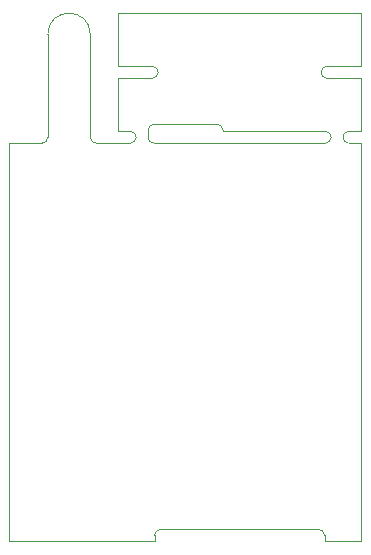
<source format=gm1>
G04 #@! TF.FileFunction,Profile,NP*
%FSLAX46Y46*%
G04 Gerber Fmt 4.6, Leading zero omitted, Abs format (unit mm)*
G04 Created by KiCad (PCBNEW 4.0.2+dfsg1-stable) date Mo 03 Apr 2017 04:54:38 CEST*
%MOMM*%
G01*
G04 APERTURE LIST*
%ADD10C,0.100000*%
G04 APERTURE END LIST*
D10*
X59330000Y-89300000D02*
X64670000Y-89300000D01*
X58830000Y-90400000D02*
X58830000Y-89800000D01*
X59330000Y-89300000D02*
G75*
G03X58830000Y-89800000I0J-500000D01*
G01*
X65170000Y-89900000D02*
X65170000Y-89800000D01*
X65170000Y-89800000D02*
G75*
G03X64670000Y-89300000I-500000J0D01*
G01*
X65170000Y-89900000D02*
X73840000Y-89900000D01*
X53950000Y-81700000D02*
X53950000Y-90400000D01*
X50350000Y-90400000D02*
X50350000Y-81700000D01*
X47100000Y-90900000D02*
X49850000Y-90900000D01*
X57270000Y-90900000D02*
X54450000Y-90900000D01*
X49850000Y-90900000D02*
G75*
G03X50350000Y-90400000I0J500000D01*
G01*
X53950000Y-90400000D02*
G75*
G03X54450000Y-90900000I500000J0D01*
G01*
X59390000Y-124600000D02*
X47100000Y-124600000D01*
X73780000Y-124600000D02*
X76900000Y-124600000D01*
X75900000Y-90900000D02*
X76900000Y-90900000D01*
X59390000Y-90900000D02*
X73780000Y-90900000D01*
X53950000Y-81700000D02*
G75*
G03X50350000Y-81700000I-1800000J0D01*
G01*
X47100000Y-124600000D02*
X47100000Y-90900000D01*
X59390000Y-124600000D02*
X59390000Y-124100000D01*
X73280000Y-123600000D02*
X59890000Y-123600000D01*
X73780000Y-124600000D02*
X73780000Y-124100000D01*
X59890000Y-123600000D02*
G75*
G03X59390000Y-124100000I0J-500000D01*
G01*
X73780000Y-124100000D02*
G75*
G03X73280000Y-123600000I-500000J0D01*
G01*
X73980000Y-85400000D02*
X76900000Y-85400000D01*
X73980000Y-84400000D02*
X76900000Y-84400000D01*
X59190000Y-84400000D02*
X56270000Y-84400000D01*
X59190000Y-85400000D02*
X56270000Y-85400000D01*
X73980000Y-84400000D02*
G75*
G03X73980000Y-85400000I0J-500000D01*
G01*
X59190000Y-85400000D02*
G75*
G03X59190000Y-84400000I0J500000D01*
G01*
X56270000Y-85400000D02*
X56270000Y-89900000D01*
X56270000Y-84400000D02*
X56270000Y-79900000D01*
X76900000Y-84400000D02*
X76900000Y-79900000D01*
X76900000Y-89900000D02*
X76900000Y-85400000D01*
X76900000Y-90900000D02*
X76900000Y-124600000D01*
X56270000Y-79900000D02*
X76900000Y-79900000D01*
X57330000Y-89900000D02*
X56270000Y-89900000D01*
X75840000Y-89900000D02*
X76900000Y-89900000D01*
X75840000Y-89900000D02*
G75*
G03X75840000Y-90900000I0J-500000D01*
G01*
X59390000Y-90900000D02*
X59330000Y-90900000D01*
X57270000Y-90900000D02*
X57330000Y-90900000D01*
X57330000Y-90900000D02*
G75*
G03X57330000Y-89900000I0J500000D01*
G01*
X58830000Y-90400000D02*
G75*
G03X59330000Y-90900000I500000J0D01*
G01*
X73780000Y-90900000D02*
X73850000Y-90900000D01*
X75900000Y-90900000D02*
X75840000Y-90900000D01*
X73840000Y-90900000D02*
G75*
G03X73840000Y-89900000I0J500000D01*
G01*
M02*

</source>
